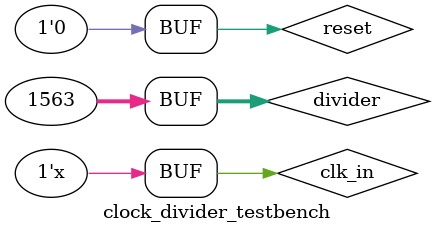
<source format=v>
`timescale 1ns / 1ps

// HeartAware

//////////////////////////////////////////////////////////////////////////////////

module clock_divider_testbench;

	// Inputs (reg)
   reg clk_in;
   reg[31:0] divider; 
   reg reset;

   // Outputs (wire)
   wire clk_out;

   // Instantiate the Unit Under Test (UUT)
   clock_divider quad_clock_div (
   .clk_in(clk_in),
   .divider(divider),
   .clk_out(clk_out),
   .reset(reset)
   );
 
   // Clock Generation
   always #1 clk_in = !clk_in;


   initial begin
      // Initialize Inputs
      clk_in = 0;
      divider = 0;
      reset = 0;

      // Wait 100 ns for global reset to finish
      #100;
      
      divider = 32'd1563;

      

   end

endmodule



</source>
